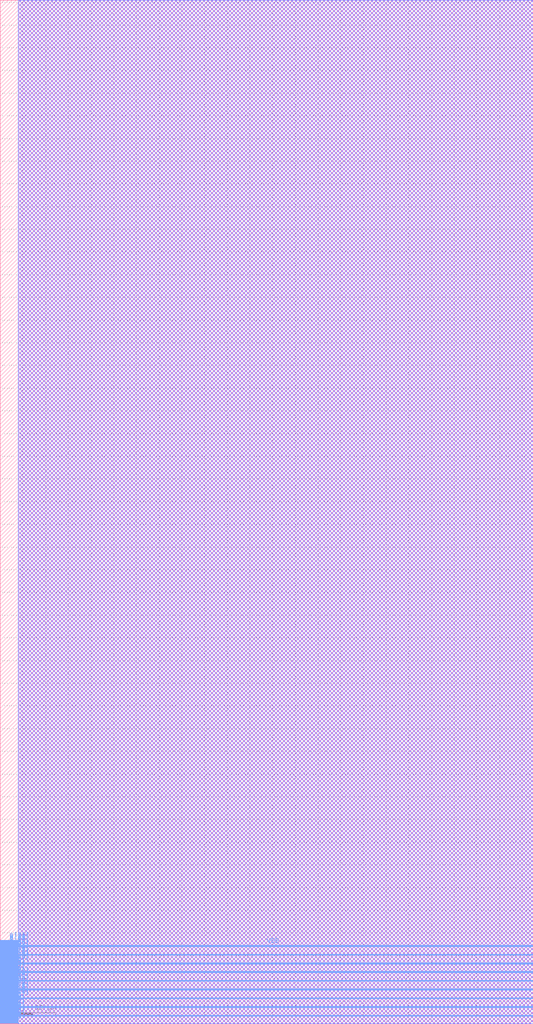
<source format=lef>
VERSION 5.6 ;
BUSBITCHARS "[]" ;
DIVIDERCHAR "/" ;

MACRO SRAM1RW1024x32
  CLASS BLOCK ;
  ORIGIN 0 0 ;
  FOREIGN SRAM1RW1024x32 0 0 ;
  SIZE 117.408 BY 225.472 ;
  SYMMETRY X Y ;
  SITE coreSite ;
  PIN VDD
    DIRECTION INOUT ;
    USE POWER ;
    PORT 
      LAYER M4 ;
        RECT 0.0 1.632 117.408 1.728 ;
        RECT 0.0 3.552 117.408 3.648 ;
        RECT 0.0 5.472 117.408 5.568 ;
        RECT 0.0 7.392 117.408 7.488 ;
        RECT 0.0 9.312 117.408 9.408 ;
        RECT 0.0 11.232 117.408 11.328 ;
        RECT 0.0 13.152 117.408 13.248 ;
        RECT 0.0 15.072 117.408 15.168 ;
        RECT 0.0 16.992 117.408 17.088 ;
    END 
  END VDD
  PIN VSS
    DIRECTION INOUT ;
    USE GROUND ;
    PORT 
      LAYER M4 ;
        RECT 0.0 1.824 117.408 1.92 ;
        RECT 0.0 3.744 117.408 3.84 ;
        RECT 0.0 5.664 117.408 5.76 ;
        RECT 0.0 7.584 117.408 7.68 ;
        RECT 0.0 9.504 117.408 9.6 ;
        RECT 0.0 11.424 117.408 11.52 ;
        RECT 0.0 13.344 117.408 13.44 ;
        RECT 0.0 15.264 117.408 15.36 ;
        RECT 0.0 17.184 117.408 17.28 ;
    END 
  END VSS
  PIN CE
    DIRECTION INPUT ;
    USE SIGNAL ;
    PORT 
      LAYER M4 ;
        RECT 0.0 0.096 4.0 0.192 ;
    END 
  END CE
  PIN WEB
    DIRECTION INPUT ;
    USE SIGNAL ;
    PORT 
      LAYER M4 ;
        RECT 0.0 0.288 4.0 0.384 ;
    END 
  END WEB
  PIN OEB
    DIRECTION INPUT ;
    USE SIGNAL ;
    PORT 
      LAYER M4 ;
        RECT 0.0 0.48 4.0 0.576 ;
    END 
  END OEB
  PIN CSB
    DIRECTION INPUT ;
    USE SIGNAL ;
    PORT 
      LAYER M4 ;
        RECT 0.0 0.672 4.0 0.768 ;
    END 
  END CSB
  PIN A[0]
    DIRECTION INPUT ;
    USE SIGNAL ;
    PORT 
      LAYER M4 ;
        RECT 0.0 0.864 4.0 0.96 ;
    END 
  END A[0]
  PIN A[1]
    DIRECTION INPUT ;
    USE SIGNAL ;
    PORT 
      LAYER M4 ;
        RECT 0.0 1.056 4.0 1.152 ;
    END 
  END A[1]
  PIN A[2]
    DIRECTION INPUT ;
    USE SIGNAL ;
    PORT 
      LAYER M4 ;
        RECT 0.0 1.248 4.0 1.344 ;
    END 
  END A[2]
  PIN A[3]
    DIRECTION INPUT ;
    USE SIGNAL ;
    PORT 
      LAYER M4 ;
        RECT 0.0 1.44 4.0 1.536 ;
    END 
  END A[3]
  PIN A[4]
    DIRECTION INPUT ;
    USE SIGNAL ;
    PORT 
      LAYER M4 ;
        RECT 0.0 2.016 4.0 2.112 ;
    END 
  END A[4]
  PIN A[5]
    DIRECTION INPUT ;
    USE SIGNAL ;
    PORT 
      LAYER M4 ;
        RECT 0.0 2.208 4.0 2.304 ;
    END 
  END A[5]
  PIN A[6]
    DIRECTION INPUT ;
    USE SIGNAL ;
    PORT 
      LAYER M4 ;
        RECT 0.0 2.4 4.0 2.496 ;
    END 
  END A[6]
  PIN A[7]
    DIRECTION INPUT ;
    USE SIGNAL ;
    PORT 
      LAYER M4 ;
        RECT 0.0 2.592 4.0 2.688 ;
    END 
  END A[7]
  PIN A[8]
    DIRECTION INPUT ;
    USE SIGNAL ;
    PORT 
      LAYER M4 ;
        RECT 0.0 2.784 4.0 2.88 ;
    END 
  END A[8]
  PIN A[9]
    DIRECTION INPUT ;
    USE SIGNAL ;
    PORT 
      LAYER M4 ;
        RECT 0.0 2.976 4.0 3.072 ;
    END 
  END A[9]
  PIN I[0]
    DIRECTION INPUT ;
    USE SIGNAL ;
    PORT 
      LAYER M4 ;
        RECT 0.0 3.168 4.0 3.264 ;
    END 
  END I[0]
  PIN I[1]
    DIRECTION INPUT ;
    USE SIGNAL ;
    PORT 
      LAYER M4 ;
        RECT 0.0 3.36 4.0 3.456 ;
    END 
  END I[1]
  PIN I[2]
    DIRECTION INPUT ;
    USE SIGNAL ;
    PORT 
      LAYER M4 ;
        RECT 0.0 3.936 4.0 4.032 ;
    END 
  END I[2]
  PIN I[3]
    DIRECTION INPUT ;
    USE SIGNAL ;
    PORT 
      LAYER M4 ;
        RECT 0.0 4.128 4.0 4.224 ;
    END 
  END I[3]
  PIN I[4]
    DIRECTION INPUT ;
    USE SIGNAL ;
    PORT 
      LAYER M4 ;
        RECT 0.0 4.32 4.0 4.416 ;
    END 
  END I[4]
  PIN I[5]
    DIRECTION INPUT ;
    USE SIGNAL ;
    PORT 
      LAYER M4 ;
        RECT 0.0 4.512 4.0 4.608 ;
    END 
  END I[5]
  PIN I[6]
    DIRECTION INPUT ;
    USE SIGNAL ;
    PORT 
      LAYER M4 ;
        RECT 0.0 4.704 4.0 4.8 ;
    END 
  END I[6]
  PIN I[7]
    DIRECTION INPUT ;
    USE SIGNAL ;
    PORT 
      LAYER M4 ;
        RECT 0.0 4.896 4.0 4.992 ;
    END 
  END I[7]
  PIN I[8]
    DIRECTION INPUT ;
    USE SIGNAL ;
    PORT 
      LAYER M4 ;
        RECT 0.0 5.088 4.0 5.184 ;
    END 
  END I[8]
  PIN I[9]
    DIRECTION INPUT ;
    USE SIGNAL ;
    PORT 
      LAYER M4 ;
        RECT 0.0 5.28 4.0 5.376 ;
    END 
  END I[9]
  PIN I[10]
    DIRECTION INPUT ;
    USE SIGNAL ;
    PORT 
      LAYER M4 ;
        RECT 0.0 5.856 4.0 5.952 ;
    END 
  END I[10]
  PIN I[11]
    DIRECTION INPUT ;
    USE SIGNAL ;
    PORT 
      LAYER M4 ;
        RECT 0.0 6.048 4.0 6.144 ;
    END 
  END I[11]
  PIN I[12]
    DIRECTION INPUT ;
    USE SIGNAL ;
    PORT 
      LAYER M4 ;
        RECT 0.0 6.24 4.0 6.336 ;
    END 
  END I[12]
  PIN I[13]
    DIRECTION INPUT ;
    USE SIGNAL ;
    PORT 
      LAYER M4 ;
        RECT 0.0 6.432 4.0 6.528 ;
    END 
  END I[13]
  PIN I[14]
    DIRECTION INPUT ;
    USE SIGNAL ;
    PORT 
      LAYER M4 ;
        RECT 0.0 6.624 4.0 6.72 ;
    END 
  END I[14]
  PIN I[15]
    DIRECTION INPUT ;
    USE SIGNAL ;
    PORT 
      LAYER M4 ;
        RECT 0.0 6.816 4.0 6.912 ;
    END 
  END I[15]
  PIN I[16]
    DIRECTION INPUT ;
    USE SIGNAL ;
    PORT 
      LAYER M4 ;
        RECT 0.0 7.008 4.0 7.104 ;
    END 
  END I[16]
  PIN I[17]
    DIRECTION INPUT ;
    USE SIGNAL ;
    PORT 
      LAYER M4 ;
        RECT 0.0 7.2 4.0 7.296 ;
    END 
  END I[17]
  PIN I[18]
    DIRECTION INPUT ;
    USE SIGNAL ;
    PORT 
      LAYER M4 ;
        RECT 0.0 7.776 4.0 7.872 ;
    END 
  END I[18]
  PIN I[19]
    DIRECTION INPUT ;
    USE SIGNAL ;
    PORT 
      LAYER M4 ;
        RECT 0.0 7.968 4.0 8.064 ;
    END 
  END I[19]
  PIN I[20]
    DIRECTION INPUT ;
    USE SIGNAL ;
    PORT 
      LAYER M4 ;
        RECT 0.0 8.16 4.0 8.256 ;
    END 
  END I[20]
  PIN I[21]
    DIRECTION INPUT ;
    USE SIGNAL ;
    PORT 
      LAYER M4 ;
        RECT 0.0 8.352 4.0 8.448 ;
    END 
  END I[21]
  PIN I[22]
    DIRECTION INPUT ;
    USE SIGNAL ;
    PORT 
      LAYER M4 ;
        RECT 0.0 8.544 4.0 8.64 ;
    END 
  END I[22]
  PIN I[23]
    DIRECTION INPUT ;
    USE SIGNAL ;
    PORT 
      LAYER M4 ;
        RECT 0.0 8.736 4.0 8.832 ;
    END 
  END I[23]
  PIN I[24]
    DIRECTION INPUT ;
    USE SIGNAL ;
    PORT 
      LAYER M4 ;
        RECT 0.0 8.928 4.0 9.024 ;
    END 
  END I[24]
  PIN I[25]
    DIRECTION INPUT ;
    USE SIGNAL ;
    PORT 
      LAYER M4 ;
        RECT 0.0 9.12 4.0 9.216 ;
    END 
  END I[25]
  PIN I[26]
    DIRECTION INPUT ;
    USE SIGNAL ;
    PORT 
      LAYER M4 ;
        RECT 0.0 9.696 4.0 9.792 ;
    END 
  END I[26]
  PIN I[27]
    DIRECTION INPUT ;
    USE SIGNAL ;
    PORT 
      LAYER M4 ;
        RECT 0.0 9.888 4.0 9.984 ;
    END 
  END I[27]
  PIN I[28]
    DIRECTION INPUT ;
    USE SIGNAL ;
    PORT 
      LAYER M4 ;
        RECT 0.0 10.08 4.0 10.176 ;
    END 
  END I[28]
  PIN I[29]
    DIRECTION INPUT ;
    USE SIGNAL ;
    PORT 
      LAYER M4 ;
        RECT 0.0 10.272 4.0 10.368 ;
    END 
  END I[29]
  PIN I[30]
    DIRECTION INPUT ;
    USE SIGNAL ;
    PORT 
      LAYER M4 ;
        RECT 0.0 10.464 4.0 10.56 ;
    END 
  END I[30]
  PIN I[31]
    DIRECTION INPUT ;
    USE SIGNAL ;
    PORT 
      LAYER M4 ;
        RECT 0.0 10.656 4.0 10.752 ;
    END 
  END I[31]
  PIN O[0]
    DIRECTION OUTPUT ;
    USE SIGNAL ;
    PORT 
      LAYER M4 ;
        RECT 0.0 10.848 4.0 10.944 ;
    END 
  END O[0]
  PIN O[1]
    DIRECTION OUTPUT ;
    USE SIGNAL ;
    PORT 
      LAYER M4 ;
        RECT 0.0 11.04 4.0 11.136 ;
    END 
  END O[1]
  PIN O[2]
    DIRECTION OUTPUT ;
    USE SIGNAL ;
    PORT 
      LAYER M4 ;
        RECT 0.0 11.616 4.0 11.712 ;
    END 
  END O[2]
  PIN O[3]
    DIRECTION OUTPUT ;
    USE SIGNAL ;
    PORT 
      LAYER M4 ;
        RECT 0.0 11.808 4.0 11.904 ;
    END 
  END O[3]
  PIN O[4]
    DIRECTION OUTPUT ;
    USE SIGNAL ;
    PORT 
      LAYER M4 ;
        RECT 0.0 12.0 4.0 12.096 ;
    END 
  END O[4]
  PIN O[5]
    DIRECTION OUTPUT ;
    USE SIGNAL ;
    PORT 
      LAYER M4 ;
        RECT 0.0 12.192 4.0 12.288 ;
    END 
  END O[5]
  PIN O[6]
    DIRECTION OUTPUT ;
    USE SIGNAL ;
    PORT 
      LAYER M4 ;
        RECT 0.0 12.384 4.0 12.48 ;
    END 
  END O[6]
  PIN O[7]
    DIRECTION OUTPUT ;
    USE SIGNAL ;
    PORT 
      LAYER M4 ;
        RECT 0.0 12.576 4.0 12.672 ;
    END 
  END O[7]
  PIN O[8]
    DIRECTION OUTPUT ;
    USE SIGNAL ;
    PORT 
      LAYER M4 ;
        RECT 0.0 12.768 4.0 12.864 ;
    END 
  END O[8]
  PIN O[9]
    DIRECTION OUTPUT ;
    USE SIGNAL ;
    PORT 
      LAYER M4 ;
        RECT 0.0 12.96 4.0 13.056 ;
    END 
  END O[9]
  PIN O[10]
    DIRECTION OUTPUT ;
    USE SIGNAL ;
    PORT 
      LAYER M4 ;
        RECT 0.0 13.536 4.0 13.632 ;
    END 
  END O[10]
  PIN O[11]
    DIRECTION OUTPUT ;
    USE SIGNAL ;
    PORT 
      LAYER M4 ;
        RECT 0.0 13.728 4.0 13.824 ;
    END 
  END O[11]
  PIN O[12]
    DIRECTION OUTPUT ;
    USE SIGNAL ;
    PORT 
      LAYER M4 ;
        RECT 0.0 13.92 4.0 14.016 ;
    END 
  END O[12]
  PIN O[13]
    DIRECTION OUTPUT ;
    USE SIGNAL ;
    PORT 
      LAYER M4 ;
        RECT 0.0 14.112 4.0 14.208 ;
    END 
  END O[13]
  PIN O[14]
    DIRECTION OUTPUT ;
    USE SIGNAL ;
    PORT 
      LAYER M4 ;
        RECT 0.0 14.304 4.0 14.4 ;
    END 
  END O[14]
  PIN O[15]
    DIRECTION OUTPUT ;
    USE SIGNAL ;
    PORT 
      LAYER M4 ;
        RECT 0.0 14.496 4.0 14.592 ;
    END 
  END O[15]
  PIN O[16]
    DIRECTION OUTPUT ;
    USE SIGNAL ;
    PORT 
      LAYER M4 ;
        RECT 0.0 14.688 4.0 14.784 ;
    END 
  END O[16]
  PIN O[17]
    DIRECTION OUTPUT ;
    USE SIGNAL ;
    PORT 
      LAYER M4 ;
        RECT 0.0 14.88 4.0 14.976 ;
    END 
  END O[17]
  PIN O[18]
    DIRECTION OUTPUT ;
    USE SIGNAL ;
    PORT 
      LAYER M4 ;
        RECT 0.0 15.456 4.0 15.552 ;
    END 
  END O[18]
  PIN O[19]
    DIRECTION OUTPUT ;
    USE SIGNAL ;
    PORT 
      LAYER M4 ;
        RECT 0.0 15.648 4.0 15.744 ;
    END 
  END O[19]
  PIN O[20]
    DIRECTION OUTPUT ;
    USE SIGNAL ;
    PORT 
      LAYER M4 ;
        RECT 0.0 15.84 4.0 15.936 ;
    END 
  END O[20]
  PIN O[21]
    DIRECTION OUTPUT ;
    USE SIGNAL ;
    PORT 
      LAYER M4 ;
        RECT 0.0 16.032 4.0 16.128 ;
    END 
  END O[21]
  PIN O[22]
    DIRECTION OUTPUT ;
    USE SIGNAL ;
    PORT 
      LAYER M4 ;
        RECT 0.0 16.224 4.0 16.32 ;
    END 
  END O[22]
  PIN O[23]
    DIRECTION OUTPUT ;
    USE SIGNAL ;
    PORT 
      LAYER M4 ;
        RECT 0.0 16.416 4.0 16.512 ;
    END 
  END O[23]
  PIN O[24]
    DIRECTION OUTPUT ;
    USE SIGNAL ;
    PORT 
      LAYER M4 ;
        RECT 0.0 16.608 4.0 16.704 ;
    END 
  END O[24]
  PIN O[25]
    DIRECTION OUTPUT ;
    USE SIGNAL ;
    PORT 
      LAYER M4 ;
        RECT 0.0 16.8 4.0 16.896 ;
    END 
  END O[25]
  PIN O[26]
    DIRECTION OUTPUT ;
    USE SIGNAL ;
    PORT 
      LAYER M4 ;
        RECT 0.0 17.376 4.0 17.472 ;
    END 
  END O[26]
  PIN O[27]
    DIRECTION OUTPUT ;
    USE SIGNAL ;
    PORT 
      LAYER M4 ;
        RECT 0.0 17.568 4.0 17.664 ;
    END 
  END O[27]
  PIN O[28]
    DIRECTION OUTPUT ;
    USE SIGNAL ;
    PORT 
      LAYER M4 ;
        RECT 0.0 17.76 4.0 17.856 ;
    END 
  END O[28]
  PIN O[29]
    DIRECTION OUTPUT ;
    USE SIGNAL ;
    PORT 
      LAYER M4 ;
        RECT 0.0 17.952 4.0 18.048 ;
    END 
  END O[29]
  PIN O[30]
    DIRECTION OUTPUT ;
    USE SIGNAL ;
    PORT 
      LAYER M4 ;
        RECT 0.0 18.144 4.0 18.24 ;
    END 
  END O[30]
  PIN O[31]
    DIRECTION OUTPUT ;
    USE SIGNAL ;
    PORT 
      LAYER M4 ;
        RECT 0.0 18.336 4.0 18.432 ;
    END 
  END O[31]
  OBS 
    LAYER M1 ;
      RECT 4.0 0.0 117.408 225.472 ;
    LAYER M2 ;
      RECT 4.0 0.0 117.408 225.472 ;
    LAYER M3 ;
      RECT 4.0 0.0 117.408 225.472 ;
  END 
END SRAM1RW1024x32

END LIBRARY
</source>
